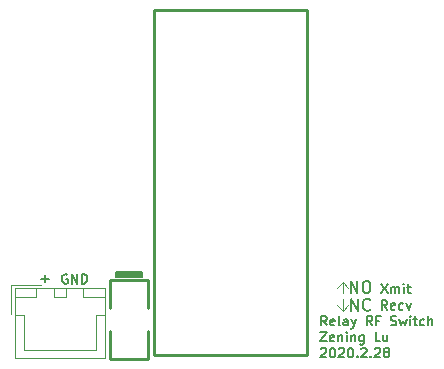
<source format=gbr>
%TF.GenerationSoftware,KiCad,Pcbnew,(5.1.4)-1*%
%TF.CreationDate,2020-02-28T23:00:37+08:00*%
%TF.ProjectId,Relay,52656c61-792e-46b6-9963-61645f706362,rev?*%
%TF.SameCoordinates,Original*%
%TF.FileFunction,Legend,Top*%
%TF.FilePolarity,Positive*%
%FSLAX46Y46*%
G04 Gerber Fmt 4.6, Leading zero omitted, Abs format (unit mm)*
G04 Created by KiCad (PCBNEW (5.1.4)-1) date 2020-02-28 23:00:37*
%MOMM*%
%LPD*%
G04 APERTURE LIST*
%ADD10C,0.150000*%
%ADD11C,0.120000*%
%ADD12C,0.250000*%
%ADD13C,0.254000*%
G04 APERTURE END LIST*
D10*
X96580952Y-65061904D02*
X97114285Y-65861904D01*
X97114285Y-65061904D02*
X96580952Y-65861904D01*
X97419047Y-65861904D02*
X97419047Y-65328571D01*
X97419047Y-65404761D02*
X97457142Y-65366666D01*
X97533333Y-65328571D01*
X97647619Y-65328571D01*
X97723809Y-65366666D01*
X97761904Y-65442857D01*
X97761904Y-65861904D01*
X97761904Y-65442857D02*
X97800000Y-65366666D01*
X97876190Y-65328571D01*
X97990476Y-65328571D01*
X98066666Y-65366666D01*
X98104761Y-65442857D01*
X98104761Y-65861904D01*
X98485714Y-65861904D02*
X98485714Y-65328571D01*
X98485714Y-65061904D02*
X98447619Y-65100000D01*
X98485714Y-65138095D01*
X98523809Y-65100000D01*
X98485714Y-65061904D01*
X98485714Y-65138095D01*
X98752380Y-65328571D02*
X99057142Y-65328571D01*
X98866666Y-65061904D02*
X98866666Y-65747619D01*
X98904761Y-65823809D01*
X98980952Y-65861904D01*
X99057142Y-65861904D01*
X97057142Y-67261904D02*
X96790476Y-66880952D01*
X96600000Y-67261904D02*
X96600000Y-66461904D01*
X96904761Y-66461904D01*
X96980952Y-66500000D01*
X97019047Y-66538095D01*
X97057142Y-66614285D01*
X97057142Y-66728571D01*
X97019047Y-66804761D01*
X96980952Y-66842857D01*
X96904761Y-66880952D01*
X96600000Y-66880952D01*
X97704761Y-67223809D02*
X97628571Y-67261904D01*
X97476190Y-67261904D01*
X97400000Y-67223809D01*
X97361904Y-67147619D01*
X97361904Y-66842857D01*
X97400000Y-66766666D01*
X97476190Y-66728571D01*
X97628571Y-66728571D01*
X97704761Y-66766666D01*
X97742857Y-66842857D01*
X97742857Y-66919047D01*
X97361904Y-66995238D01*
X98428571Y-67223809D02*
X98352380Y-67261904D01*
X98200000Y-67261904D01*
X98123809Y-67223809D01*
X98085714Y-67185714D01*
X98047619Y-67109523D01*
X98047619Y-66880952D01*
X98085714Y-66804761D01*
X98123809Y-66766666D01*
X98200000Y-66728571D01*
X98352380Y-66728571D01*
X98428571Y-66766666D01*
X98695238Y-66728571D02*
X98885714Y-67261904D01*
X99076190Y-66728571D01*
X91945119Y-68611904D02*
X91678452Y-68230952D01*
X91487976Y-68611904D02*
X91487976Y-67811904D01*
X91792738Y-67811904D01*
X91868928Y-67850000D01*
X91907023Y-67888095D01*
X91945119Y-67964285D01*
X91945119Y-68078571D01*
X91907023Y-68154761D01*
X91868928Y-68192857D01*
X91792738Y-68230952D01*
X91487976Y-68230952D01*
X92592738Y-68573809D02*
X92516547Y-68611904D01*
X92364166Y-68611904D01*
X92287976Y-68573809D01*
X92249880Y-68497619D01*
X92249880Y-68192857D01*
X92287976Y-68116666D01*
X92364166Y-68078571D01*
X92516547Y-68078571D01*
X92592738Y-68116666D01*
X92630833Y-68192857D01*
X92630833Y-68269047D01*
X92249880Y-68345238D01*
X93087976Y-68611904D02*
X93011785Y-68573809D01*
X92973690Y-68497619D01*
X92973690Y-67811904D01*
X93735595Y-68611904D02*
X93735595Y-68192857D01*
X93697500Y-68116666D01*
X93621309Y-68078571D01*
X93468928Y-68078571D01*
X93392738Y-68116666D01*
X93735595Y-68573809D02*
X93659404Y-68611904D01*
X93468928Y-68611904D01*
X93392738Y-68573809D01*
X93354642Y-68497619D01*
X93354642Y-68421428D01*
X93392738Y-68345238D01*
X93468928Y-68307142D01*
X93659404Y-68307142D01*
X93735595Y-68269047D01*
X94040357Y-68078571D02*
X94230833Y-68611904D01*
X94421309Y-68078571D02*
X94230833Y-68611904D01*
X94154642Y-68802380D01*
X94116547Y-68840476D01*
X94040357Y-68878571D01*
X95792738Y-68611904D02*
X95526071Y-68230952D01*
X95335595Y-68611904D02*
X95335595Y-67811904D01*
X95640357Y-67811904D01*
X95716547Y-67850000D01*
X95754642Y-67888095D01*
X95792738Y-67964285D01*
X95792738Y-68078571D01*
X95754642Y-68154761D01*
X95716547Y-68192857D01*
X95640357Y-68230952D01*
X95335595Y-68230952D01*
X96402261Y-68192857D02*
X96135595Y-68192857D01*
X96135595Y-68611904D02*
X96135595Y-67811904D01*
X96516547Y-67811904D01*
X97392738Y-68573809D02*
X97507023Y-68611904D01*
X97697500Y-68611904D01*
X97773690Y-68573809D01*
X97811785Y-68535714D01*
X97849880Y-68459523D01*
X97849880Y-68383333D01*
X97811785Y-68307142D01*
X97773690Y-68269047D01*
X97697500Y-68230952D01*
X97545119Y-68192857D01*
X97468928Y-68154761D01*
X97430833Y-68116666D01*
X97392738Y-68040476D01*
X97392738Y-67964285D01*
X97430833Y-67888095D01*
X97468928Y-67850000D01*
X97545119Y-67811904D01*
X97735595Y-67811904D01*
X97849880Y-67850000D01*
X98116547Y-68078571D02*
X98268928Y-68611904D01*
X98421309Y-68230952D01*
X98573690Y-68611904D01*
X98726071Y-68078571D01*
X99030833Y-68611904D02*
X99030833Y-68078571D01*
X99030833Y-67811904D02*
X98992738Y-67850000D01*
X99030833Y-67888095D01*
X99068928Y-67850000D01*
X99030833Y-67811904D01*
X99030833Y-67888095D01*
X99297500Y-68078571D02*
X99602261Y-68078571D01*
X99411785Y-67811904D02*
X99411785Y-68497619D01*
X99449880Y-68573809D01*
X99526071Y-68611904D01*
X99602261Y-68611904D01*
X100211785Y-68573809D02*
X100135595Y-68611904D01*
X99983214Y-68611904D01*
X99907023Y-68573809D01*
X99868928Y-68535714D01*
X99830833Y-68459523D01*
X99830833Y-68230952D01*
X99868928Y-68154761D01*
X99907023Y-68116666D01*
X99983214Y-68078571D01*
X100135595Y-68078571D01*
X100211785Y-68116666D01*
X100554642Y-68611904D02*
X100554642Y-67811904D01*
X100897500Y-68611904D02*
X100897500Y-68192857D01*
X100859404Y-68116666D01*
X100783214Y-68078571D01*
X100668928Y-68078571D01*
X100592738Y-68116666D01*
X100554642Y-68154761D01*
X91411785Y-69161904D02*
X91945119Y-69161904D01*
X91411785Y-69961904D01*
X91945119Y-69961904D01*
X92554642Y-69923809D02*
X92478452Y-69961904D01*
X92326071Y-69961904D01*
X92249880Y-69923809D01*
X92211785Y-69847619D01*
X92211785Y-69542857D01*
X92249880Y-69466666D01*
X92326071Y-69428571D01*
X92478452Y-69428571D01*
X92554642Y-69466666D01*
X92592738Y-69542857D01*
X92592738Y-69619047D01*
X92211785Y-69695238D01*
X92935595Y-69428571D02*
X92935595Y-69961904D01*
X92935595Y-69504761D02*
X92973690Y-69466666D01*
X93049880Y-69428571D01*
X93164166Y-69428571D01*
X93240357Y-69466666D01*
X93278452Y-69542857D01*
X93278452Y-69961904D01*
X93659404Y-69961904D02*
X93659404Y-69428571D01*
X93659404Y-69161904D02*
X93621309Y-69200000D01*
X93659404Y-69238095D01*
X93697500Y-69200000D01*
X93659404Y-69161904D01*
X93659404Y-69238095D01*
X94040357Y-69428571D02*
X94040357Y-69961904D01*
X94040357Y-69504761D02*
X94078452Y-69466666D01*
X94154642Y-69428571D01*
X94268928Y-69428571D01*
X94345119Y-69466666D01*
X94383214Y-69542857D01*
X94383214Y-69961904D01*
X95107023Y-69428571D02*
X95107023Y-70076190D01*
X95068928Y-70152380D01*
X95030833Y-70190476D01*
X94954642Y-70228571D01*
X94840357Y-70228571D01*
X94764166Y-70190476D01*
X95107023Y-69923809D02*
X95030833Y-69961904D01*
X94878452Y-69961904D01*
X94802261Y-69923809D01*
X94764166Y-69885714D01*
X94726071Y-69809523D01*
X94726071Y-69580952D01*
X94764166Y-69504761D01*
X94802261Y-69466666D01*
X94878452Y-69428571D01*
X95030833Y-69428571D01*
X95107023Y-69466666D01*
X96478452Y-69961904D02*
X96097500Y-69961904D01*
X96097500Y-69161904D01*
X97087976Y-69428571D02*
X97087976Y-69961904D01*
X96745119Y-69428571D02*
X96745119Y-69847619D01*
X96783214Y-69923809D01*
X96859404Y-69961904D01*
X96973690Y-69961904D01*
X97049880Y-69923809D01*
X97087976Y-69885714D01*
X91449880Y-70588095D02*
X91487976Y-70550000D01*
X91564166Y-70511904D01*
X91754642Y-70511904D01*
X91830833Y-70550000D01*
X91868928Y-70588095D01*
X91907023Y-70664285D01*
X91907023Y-70740476D01*
X91868928Y-70854761D01*
X91411785Y-71311904D01*
X91907023Y-71311904D01*
X92402261Y-70511904D02*
X92478452Y-70511904D01*
X92554642Y-70550000D01*
X92592738Y-70588095D01*
X92630833Y-70664285D01*
X92668928Y-70816666D01*
X92668928Y-71007142D01*
X92630833Y-71159523D01*
X92592738Y-71235714D01*
X92554642Y-71273809D01*
X92478452Y-71311904D01*
X92402261Y-71311904D01*
X92326071Y-71273809D01*
X92287976Y-71235714D01*
X92249880Y-71159523D01*
X92211785Y-71007142D01*
X92211785Y-70816666D01*
X92249880Y-70664285D01*
X92287976Y-70588095D01*
X92326071Y-70550000D01*
X92402261Y-70511904D01*
X92973690Y-70588095D02*
X93011785Y-70550000D01*
X93087976Y-70511904D01*
X93278452Y-70511904D01*
X93354642Y-70550000D01*
X93392738Y-70588095D01*
X93430833Y-70664285D01*
X93430833Y-70740476D01*
X93392738Y-70854761D01*
X92935595Y-71311904D01*
X93430833Y-71311904D01*
X93926071Y-70511904D02*
X94002261Y-70511904D01*
X94078452Y-70550000D01*
X94116547Y-70588095D01*
X94154642Y-70664285D01*
X94192738Y-70816666D01*
X94192738Y-71007142D01*
X94154642Y-71159523D01*
X94116547Y-71235714D01*
X94078452Y-71273809D01*
X94002261Y-71311904D01*
X93926071Y-71311904D01*
X93849880Y-71273809D01*
X93811785Y-71235714D01*
X93773690Y-71159523D01*
X93735595Y-71007142D01*
X93735595Y-70816666D01*
X93773690Y-70664285D01*
X93811785Y-70588095D01*
X93849880Y-70550000D01*
X93926071Y-70511904D01*
X94535595Y-71235714D02*
X94573690Y-71273809D01*
X94535595Y-71311904D01*
X94497500Y-71273809D01*
X94535595Y-71235714D01*
X94535595Y-71311904D01*
X94878452Y-70588095D02*
X94916547Y-70550000D01*
X94992738Y-70511904D01*
X95183214Y-70511904D01*
X95259404Y-70550000D01*
X95297500Y-70588095D01*
X95335595Y-70664285D01*
X95335595Y-70740476D01*
X95297500Y-70854761D01*
X94840357Y-71311904D01*
X95335595Y-71311904D01*
X95678452Y-71235714D02*
X95716547Y-71273809D01*
X95678452Y-71311904D01*
X95640357Y-71273809D01*
X95678452Y-71235714D01*
X95678452Y-71311904D01*
X96021309Y-70588095D02*
X96059404Y-70550000D01*
X96135595Y-70511904D01*
X96326071Y-70511904D01*
X96402261Y-70550000D01*
X96440357Y-70588095D01*
X96478452Y-70664285D01*
X96478452Y-70740476D01*
X96440357Y-70854761D01*
X95983214Y-71311904D01*
X96478452Y-71311904D01*
X96935595Y-70854761D02*
X96859404Y-70816666D01*
X96821309Y-70778571D01*
X96783214Y-70702380D01*
X96783214Y-70664285D01*
X96821309Y-70588095D01*
X96859404Y-70550000D01*
X96935595Y-70511904D01*
X97087976Y-70511904D01*
X97164166Y-70550000D01*
X97202261Y-70588095D01*
X97240357Y-70664285D01*
X97240357Y-70702380D01*
X97202261Y-70778571D01*
X97164166Y-70816666D01*
X97087976Y-70854761D01*
X96935595Y-70854761D01*
X96859404Y-70892857D01*
X96821309Y-70930952D01*
X96783214Y-71007142D01*
X96783214Y-71159523D01*
X96821309Y-71235714D01*
X96859404Y-71273809D01*
X96935595Y-71311904D01*
X97087976Y-71311904D01*
X97164166Y-71273809D01*
X97202261Y-71235714D01*
X97240357Y-71159523D01*
X97240357Y-71007142D01*
X97202261Y-70930952D01*
X97164166Y-70892857D01*
X97087976Y-70854761D01*
X69990476Y-64300000D02*
X69914285Y-64261904D01*
X69800000Y-64261904D01*
X69685714Y-64300000D01*
X69609523Y-64376190D01*
X69571428Y-64452380D01*
X69533333Y-64604761D01*
X69533333Y-64719047D01*
X69571428Y-64871428D01*
X69609523Y-64947619D01*
X69685714Y-65023809D01*
X69800000Y-65061904D01*
X69876190Y-65061904D01*
X69990476Y-65023809D01*
X70028571Y-64985714D01*
X70028571Y-64719047D01*
X69876190Y-64719047D01*
X70371428Y-65061904D02*
X70371428Y-64261904D01*
X70828571Y-65061904D01*
X70828571Y-64261904D01*
X71209523Y-65061904D02*
X71209523Y-64261904D01*
X71400000Y-64261904D01*
X71514285Y-64300000D01*
X71590476Y-64376190D01*
X71628571Y-64452380D01*
X71666666Y-64604761D01*
X71666666Y-64719047D01*
X71628571Y-64871428D01*
X71590476Y-64947619D01*
X71514285Y-65023809D01*
X71400000Y-65061904D01*
X71209523Y-65061904D01*
X67795238Y-64657142D02*
X68404761Y-64657142D01*
X68100000Y-64961904D02*
X68100000Y-64352380D01*
D11*
X93300000Y-67400000D02*
X93800000Y-66900000D01*
X93300000Y-67400000D02*
X92800000Y-66900000D01*
X93300000Y-66400000D02*
X93300000Y-67400000D01*
X93300000Y-64900000D02*
X93800000Y-65400000D01*
X92800000Y-65400000D02*
X93300000Y-64900000D01*
X93300000Y-64900000D02*
X92800000Y-65400000D01*
X93300000Y-65900000D02*
X93300000Y-64900000D01*
D10*
X93990476Y-65852380D02*
X93990476Y-64852380D01*
X94561904Y-65852380D01*
X94561904Y-64852380D01*
X95228571Y-64852380D02*
X95419047Y-64852380D01*
X95514285Y-64900000D01*
X95609523Y-64995238D01*
X95657142Y-65185714D01*
X95657142Y-65519047D01*
X95609523Y-65709523D01*
X95514285Y-65804761D01*
X95419047Y-65852380D01*
X95228571Y-65852380D01*
X95133333Y-65804761D01*
X95038095Y-65709523D01*
X94990476Y-65519047D01*
X94990476Y-65185714D01*
X95038095Y-64995238D01*
X95133333Y-64900000D01*
X95228571Y-64852380D01*
X94014285Y-67352380D02*
X94014285Y-66352380D01*
X94585714Y-67352380D01*
X94585714Y-66352380D01*
X95633333Y-67257142D02*
X95585714Y-67304761D01*
X95442857Y-67352380D01*
X95347619Y-67352380D01*
X95204761Y-67304761D01*
X95109523Y-67209523D01*
X95061904Y-67114285D01*
X95014285Y-66923809D01*
X95014285Y-66780952D01*
X95061904Y-66590476D01*
X95109523Y-66495238D01*
X95204761Y-66400000D01*
X95347619Y-66352380D01*
X95442857Y-66352380D01*
X95585714Y-66400000D01*
X95633333Y-66447619D01*
D11*
X65250000Y-65150000D02*
X65250000Y-67650000D01*
X67750000Y-65150000D02*
X65250000Y-65150000D01*
X72400000Y-70650000D02*
X69350000Y-70650000D01*
X72400000Y-67700000D02*
X72400000Y-70650000D01*
X73150000Y-67700000D02*
X72400000Y-67700000D01*
X66300000Y-70650000D02*
X69350000Y-70650000D01*
X66300000Y-67700000D02*
X66300000Y-70650000D01*
X65550000Y-67700000D02*
X66300000Y-67700000D01*
X73150000Y-65450000D02*
X71350000Y-65450000D01*
X73150000Y-66200000D02*
X73150000Y-65450000D01*
X71350000Y-66200000D02*
X73150000Y-66200000D01*
X71350000Y-65450000D02*
X71350000Y-66200000D01*
X67350000Y-65450000D02*
X65550000Y-65450000D01*
X67350000Y-66200000D02*
X67350000Y-65450000D01*
X65550000Y-66200000D02*
X67350000Y-66200000D01*
X65550000Y-65450000D02*
X65550000Y-66200000D01*
X69850000Y-65450000D02*
X68850000Y-65450000D01*
X69850000Y-66200000D02*
X69850000Y-65450000D01*
X68850000Y-66200000D02*
X69850000Y-66200000D01*
X68850000Y-65450000D02*
X68850000Y-66200000D01*
X73150000Y-65450000D02*
X65550000Y-65450000D01*
X73150000Y-71400000D02*
X73150000Y-65450000D01*
X65550000Y-71400000D02*
X73150000Y-71400000D01*
X65550000Y-65450000D02*
X65550000Y-71400000D01*
D12*
X77300000Y-41890000D02*
X90200000Y-41890000D01*
X90254000Y-71100000D02*
X90254000Y-41900000D01*
X77300000Y-71100000D02*
X77300000Y-41900000D01*
X77300000Y-71100000D02*
X90200000Y-71100000D01*
D10*
G36*
X74100000Y-64079000D02*
G01*
X74100000Y-64479000D01*
X76300000Y-64479000D01*
X76300000Y-64079000D01*
X74100000Y-64079000D01*
G37*
X74100000Y-64079000D02*
X74100000Y-64479000D01*
X76300000Y-64479000D01*
X76300000Y-64079000D01*
X74100000Y-64079000D01*
D13*
X73600000Y-64775000D02*
X73600000Y-67100000D01*
X76825000Y-69100000D02*
X76825000Y-71425000D01*
X73600000Y-69100000D02*
X73600000Y-71425000D01*
X76825000Y-64775000D02*
X76825000Y-67100000D01*
X73600000Y-71425000D02*
X76825000Y-71425000D01*
X73600000Y-64775000D02*
X76825000Y-64775000D01*
M02*

</source>
